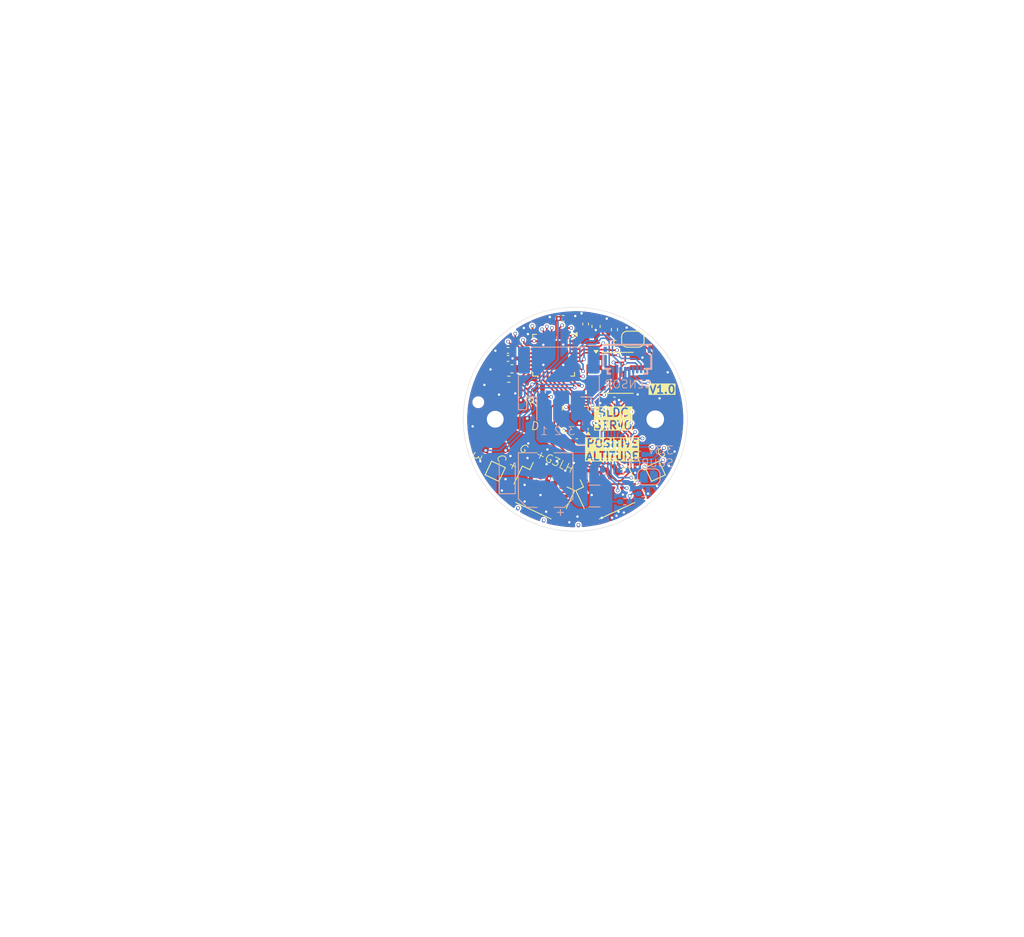
<source format=kicad_pcb>
(kicad_pcb (version 20241229) (generator "pcbnew") (generator_version "9.0")
  (layers (0 "F.Cu" signal) (4 "In1.Cu" signal) (6 "In2.Cu" signal) (8 "In3.Cu" signal) (10 "In4.Cu" signal) (2 "B.Cu" signal) (13 "F.Paste" user) (15 "B.Paste" user) (5 "F.SilkS" user "F.Silkscreen") (7 "B.SilkS" user "B.Silkscreen") (1 "F.Mask" user) (3 "B.Mask" user) (25 "Edge.Cuts" user))
  (net 0 "")
  (net 1 "/OUT1")
  (net 2 "VCC")
  (net 4 "+3.3V")
  (net 5 "/SCK")
  (net 6 "/MOSI")
  (net 7 "/CS")
  (net 9 "/MISO")
  (net 10 "/DRIVER_CP")
  (net 11 "/DRIVER_AVDD")
  (net 12 "/CURRENT1")
  (net 13 "/PWM_H2")
  (net 14 "/PWM_L1")
  (net 15 "/DRIVER_GAIN")
  (net 16 "/PWM_L3")
  (net 17 "/DRIVER_SLEW")
  (net 18 "/DRIVER_NFAULT")
  (net 19 "/PWM_L2")
  (net 20 "/CURRENT3")
  (net 21 "/SWCLK")
  (net 22 "/PWM_H1")
  (net 23 "/OUT2")
  (net 24 "/CURRENT2")
  (net 25 "/PWM_H3")
  (net 26 "/CAN_TX")
  (net 27 "/DRIVER_MODE")
  (net 28 "/SWDIO")
  (net 29 "/CAN_RX")
  (net 31 "VDDA")
  (net 34 "GND")
  (net 35 "/DRIVER_NSLEEP")
  (net 37 "/NRST")
  (net 41 "/CAN_L")
  (net 42 "/CAN_H")
  (net 43 "Net-(JP1-B)")
  (net 44 "/VOLTAGE_SENCE")
  (net 45 "/OUT3")
  (net 56 "/CS_EXTERNAL")
  (footprint "Capacitor_SMD:C_0402_1005Metric_Pad0.74x0.62mm_HandSolder" (layer "F.Cu") (at 91.6 91.4)
    (property "Reference" "C33")
    (property "Value" "100n")
  )
  (footprint "Package_DFN_QFN:QFN-32-1EP_5x5mm_P0.5mm_EP3.45x3.45mm" (layer "F.Cu") (at 97.3 92 -90)
    (property "Reference" "U4")
    (property "Value" "STM32G431KBUx")
  )
  (footprint "Capacitor_SMD:C_0402_1005Metric_Pad0.74x0.62mm_HandSolder" (layer "F.Cu") (at 100.2 102.8)
    (property "Reference" "C7")
    (property "Value" "100n")
  )
  (footprint "Package_SO:SOIC-8_3.9x4.9mm_P1.27mm" (layer "F.Cu") (at 105.3 94.2)
    (property "Reference" "U3")
    (property "Value" "SN65HVD230")
  )
  (footprint "Capacitor_SMD:C_0603_1608Metric_Pad1.08x0.95mm_HandSolder" (layer "F.Cu") (at 102.6 88.4 -90)
    (property "Reference" "C1")
    (property "Value" "4.7u")
  )
  (footprint "Capacitor_SMD:C_0402_1005Metric_Pad0.74x0.62mm_HandSolder" (layer "F.Cu") (at 104.9 97.6)
    (property "Reference" "C10")
    (property "Value" "100n")
  )
  (footprint "Capacitor_SMD:C_0402_1005Metric_Pad0.74x0.62mm_HandSolder" (layer "F.Cu") (at 95.9 96.6 -90)
    (property "Reference" "C13")
    (property "Value" "100n")
  )
  (footprint "Capacitor_SMD:C_0402_1005Metric_Pad0.74x0.62mm_HandSolder" (layer "F.Cu") (at 101.3 88.1 -90)
    (property "Reference" "C3")
    (property "Value" "100n")
  )
  (footprint "Capacitor_SMD:C_0603_1608Metric_Pad1.08x0.95mm_HandSolder" (layer "F.Cu") (at 92.1 93.7)
    (property "Reference" "C4")
    (property "Value" "4.7u")
  )
  (footprint "Capacitor_SMD:C_0402_1005Metric_Pad0.74x0.62mm_HandSolder" (layer "F.Cu") (at 98.5 87.4)
    (property "Reference" "C2")
    (property "Value" "100n")
  )
  (footprint "TestPoint:TestPoint_Pad_1.5x1.5mm" (layer "F.Cu") (at 110 106.5 25)
    (property "Reference" "PAD4")
    (property "Value" "GND")
  )
  (footprint "TestPoint:TestPoint_Pad_1.5x1.5mm" (layer "F.Cu") (at 90 106.5 -25)
    (property "Reference" "PAD5")
    (property "Value" "VCC")
  )
  (footprint "Connector_JST:JST_SH_SM05B-SRSS-TB_1x05-1MP_P1.00mm_Horizontal" (layer "F.Cu") (at 104.1 109 25)
    (property "Reference" "J1")
    (property "Value" "Power_and_data1")
  )
  (footprint "positive_altitude:Positive_Altitude_SWD_Connector" (layer "F.Cu") (at 90 100 -135)
    (property "Reference" "J2")
    (property "Value" "Positive_Altitude_SWD_Connector")
  )
  (footprint "Jumper:SolderJumper-2_P1.3mm_Open_RoundedPad1.0x1.5mm" (layer "F.Cu") (at 107.2 90 180)
    (property "Reference" "JP1")
    (property "Value" "Enable_CAN_termination")
  )
  (footprint "Resistor_SMD:R_0402_1005Metric_Pad0.72x0.64mm_HandSolder" (layer "F.Cu") (at 91.7 95)
    (property "Reference" "FB1")
    (property "Value" "600@100MHz BLM15BX601SN1D")
  )
  (footprint "Package_DFN_QFN:QFN-16-1EP_3x3mm_P0.5mm_EP1.7x1.7mm" (layer "F.Cu") (at 100 100 180)
    (property "Reference" "U2")
    (property "Value" "MT6701QT")
  )
  (footprint "Capacitor_SMD:C_0402_1005Metric_Pad0.74x0.62mm_HandSolder" (layer "F.Cu") (at 91.6 92.4)
    (property "Reference" "C5")
    (property "Value" "10n")
  )
  (footprint "MountingHole:MountingHole_2.2mm_M2_Pad_TopBottom" (layer "F.Cu") (at 110 100)
    (property "Reference" "H1")
    (property "Value" "MountingHole_Pad")
  )
  (footprint "Resistor_SMD:R_0402_1005Metric_Pad0.72x0.64mm_HandSolder" (layer "F.Cu") (at 104.9 88.8 -90)
    (property "Reference" "R3")
    (property "Value" "120")
  )
  (footprint "Connector_JST:JST_SH_SM05B-SRSS-TB_1x05-1MP_P1.00mm_Horizontal" (layer "F.Cu") (at 95.9 109 -25)
    (property "Reference" "J6")
    (property "Value" "Power_and_data2")
  )
  (footprint "Diode_SMD:D_SOD-123F" (layer "B.Cu") (at 91.5 107.1 90)
    (property "Reference" "D2")
    (property "Value" "TVS 17V")
  )
  (footprint "Jumper:SolderJumper-2_P1.3mm_Open_RoundedPad1.0x1.5mm" (layer "B.Cu") (at 109.2 107.2 180)
    (property "Reference" "JP2")
    (property "Value" "Enable_3.3V_source")
  )
  (footprint "HCTL HC-FPC-05-09-8RLTAG:FPC-SMD_8P-P0.50_HC-FPC-05-09-8RLTAG" (layer "B.Cu") (at 106.5 92.6 180)
    (property "Reference" "FPC1")
    (property "Value" "External_sensor")
  )
  (footprint "Capacitor_SMD:C_1210_3225Metric_Pad1.33x2.70mm_HandSolder" (layer "B.Cu") (at 102.4 109.6 180)
    (property "Reference" "C18")
    (property "Value" "22u")
  )
  (footprint "Resistor_SMD:R_0402_1005Metric_Pad0.72x0.64mm_HandSolder" (layer "B.Cu") (at 108.5 109.3 180)
    (property "Reference" "R5")
    (property "Value" "5.1k")
  )
  (footprint "Resistor_SMD:R_0402_1005Metric_Pad0.72x0.64mm_HandSolder" (layer "B.Cu") (at 106.2 110.3 180)
    (property "Reference" "R4")
    (property "Value" "47k")
  )
  (footprint "Capacitor_SMD:C_0603_1608Metric_Pad1.08x0.95mm_HandSolder" (layer "B.Cu") (at 105.3 99.5625 90)
    (property "Reference" "C16")
    (property "Value" "4.7u")
  )
  (footprint "Resistor_SMD:R_0402_1005Metric_Pad0.72x0.64mm_HandSolder" (layer "B.Cu") (at 107.9975 104.4)
    (property "Reference" "R1")
    (property "Value" "47k")
  )
  (footprint "Capacitor_SMD:C_0402_1005Metric_Pad0.74x0.62mm_HandSolder" (layer "B.Cu") (at 101.6 107.5 180)
    (property "Reference" "C17")
    (property "Value" "100n")
  )
  (footprint "Capacitor_SMD:C_0402_1005Metric_Pad0.74x0.62mm_HandSolder" (layer "B.Cu") (at 106.1 106.4)
    (property "Reference" "C20")
    (property "Value" "100n")
  )
  (footprint "Capacitor_SMD:CP_Elec_6.3x5.8" (layer "B.Cu") (at 96.3 107.6 90)
    (property "Reference" "C19")
    (property "Value" "47u")
  )
  (footprint "Connector_JST:JST_PH_S3B-PH-SM4-TB_1x03-1MP_P2.00mm_Horizontal" (layer "B.Cu") (at 97.95 95.5)
    (property "Reference" "J4")
    (property "Value" "Motor_connector")
  )
  (footprint "Capacitor_SMD:C_0402_1005Metric_Pad0.74x0.62mm_HandSolder" (layer "B.Cu") (at 103.4 106.9 90)
    (property "Reference" "C6")
    (property "Value" "100n")
  )
  (footprint "Capacitor_SMD:C_0402_1005Metric_Pad0.74x0.62mm_HandSolder" (layer "B.Cu") (at 101.6 106.4 180)
    (property "Reference" "C9")
    (property "Value" "100n")
  )
  (footprint "DRV8311HRRWR:DRV8311PRRWR" (layer "B.Cu") (at 104.5 103.6 90)
    (property "Reference" "IC2")
    (property "Value" "DRV8311HRRWR" (hide yes))
  )
  (gr_circle (center 100 100) (end 114 100) (stroke (width 0.05)) (fill no) (layer "Edge.Cuts"))
  (gr_text "+" (at 91.3892 105.9688 335) (layer "F.SilkS") (effects (font (size 1 1) (thickness 0.1)) (justify left bottom)))
  (gr_text "T" (at 104.394 91.2876 0) (layer "F.SilkS") (effects (font (size 1 1) (thickness 0.1)) (justify left bottom)))
  (gr_text "G" (at 92.7608 103.6828 315) (layer "F.SilkS") (effects (font (size 1 1) (thickness 0.1)) (justify left bottom)))
  (gr_text "V1.0" (at 110.8964 96.8756 0) (layer "F.SilkS" knockout) (effects (font (size 1 1) (thickness 0.2) (bold yes)) (justify bottom)))
  (gr_text "C" (at 90.1192 104.4448 280) (layer "F.SilkS") (effects (font (size 1 1) (thickness 0.1)) (justify left bottom)))
  (gr_text "G" (at 110.49 105.0036 25) (layer "F.SilkS") (effects (font (size 1 1) (thickness 0.1)) (justify left bottom)))
  (gr_text "3" (at 87.4268 103.886 245) (layer "F.SilkS") (effects (font (size 1 1) (thickness 0.1)) (justify left bottom)))
  (gr_text "POSITIVE\nALTITUDE" (at 104.648 105.2068 0) (layer "F.SilkS" knockout) (effects (font (size 1 1) (thickness 0.2) (bold yes)) (justify bottom)))
  (gr_text "D" (at 94.3356 101.346 350) (layer "F.SilkS") (effects (font (size 1 1) (thickness 0.1)) (justify left bottom)))
  (gr_text "R" (at 94.3356 98.6536 25) (layer "F.SilkS") (effects (font (size 1 1) (thickness 0.1)) (justify left bottom)))
  (gr_text "BLDC\nSERVO" (at 104.7496 101.346 0) (layer "F.SilkS" knockout) (effects (font (size 1 1) (thickness 0.2) (bold yes)) (justify bottom)))
  (gr_text "+G3LH" (at 94.8436 104.6988 335) (layer "F.SilkS") (effects (font (size 1 1) (thickness 0.1)) (justify left bottom)))
  (gr_text "3.3V\nSOURCE" (at 112.3696 106.0704 0) (layer "B.SilkS") (effects (font (size 1 1) (thickness 0.1)) (justify left bottom mirror)))
  (gr_text "SENSOR" (at 109.6264 96.2152 0) (layer "B.SilkS") (effects (font (size 1 1) (thickness 0.1)) (justify left bottom mirror)))
  (gr_text "3 2 1" (at 100.076 102.0572 0) (layer "B.SilkS") (effects (font (size 1 1) (thickness 0.1)) (justify left bottom mirror)))
  (segment (start 103.035 103.470001) (end 100.136399 103.470001) (width 0.2) (layer "B.Cu") (net 1))
  (segment (start 101.442148 108.032621) (end 101.442148 108.242148) (width 0.2) (layer "F.Cu") (net 2))
  (segment (start 90 106.5) (end 90.7 106.5) (width 0.2) (layer "F.Cu") (net 2))
  (via (at 90.8304 108.9152) (size 0.45) (drill 0.3) (layers "F.Cu" "B.Cu") (net 2))
  (via (at 93.6752 108.204) (size 0.45) (drill 0.3) (layers "F.Cu" "B.Cu") (net 2))
  (via (at 99.2632 112.8776) (size 0.45) (drill 0.3) (layers "F.Cu" "B.Cu") (net 2))
  (via (at 93.6752 110.2868) (size 0.45) (drill 0.3) (layers "F.Cu" "B.Cu") (net 2))
  (via (at 100.2792 112.1664) (size 0.45) (drill 0.3) (layers "F.Cu" "B.Cu") (net 2))
  (via (at 102.0572 109.474) (size 0.45) (drill 0.3) (layers "F.Cu" "B.Cu") (net 2))
  (via (at 96.3676 111.5568) (size 0.45) (drill 0.3) (layers "F.Cu" "B.Cu") (net 2))
  (via (at 95.6564 109.474) (size 0.45) (drill 0.3) (layers "F.Cu" "B.Cu") (net 2))
  (via (at 91.2876 107.4928) (size 0.45) (drill 0.3) (layers "F.Cu" "B.Cu") (net 2))
  (via (at 103.3272 112.3188) (size 0.45) (drill 0.3) (layers "F.Cu" "B.Cu") (net 2))
  (segment (start 103.299999 105.065) (end 103.299999 105.267501) (width 0.2) (layer "B.Cu") (net 2))
  (segment (start 102.1675 107.5) (end 102.1675 106.4) (width 0.2) (layer "B.Cu") (net 2))
  (segment (start 103.4 107.4675) (end 102.2 107.4675) (width 0.2) (layer "B.Cu") (net 2))
  (segment (start 104.6625 110.3) (end 103.9625 109.6) (width 0.2) (layer "B.Cu") (net 2))
  (segment (start 103.035 104.27) (end 103.035 104.800001) (width 0.2) (layer "B.Cu") (net 2))
  (segment (start 105.6025 110.3) (end 104.6625 110.3) (width 0.2) (layer "B.Cu") (net 2))
  (segment (start 91.4 108.4) (end 91.5 108.5) (width 0.2) (layer "B.Cu") (net 2))
  (segment (start 103.9625 108.03) (end 103.4 107.4675) (width 0.2) (layer "B.Cu") (net 2))
  (segment (start 102.2 107.4675) (end 102.1675 107.5) (width 0.2) (layer "B.Cu") (net 2))
  (segment (start 103.299999 105.267501) (end 102.1675 106.4) (width 0.2) (layer "B.Cu") (net 2))
  (segment (start 103.035 104.800001) (end 103.299999 105.065) (width 0.2) (layer "B.Cu") (net 2))
  (segment (start 103.9625 109.6) (end 103.9625 108.03) (width 0.2) (layer "B.Cu") (net 2))
  (segment (start 103.5625 109.2) (end 103.9625 109.6) (width 0.2) (layer "B.Cu") (net 2))
  (segment (start 106.249355 92.955381) (end 106.249355 91.67004) (width 0.2) (layer "F.Cu") (net 4))
  (segment (start 106.135 97.947762) (end 105.782762 98.3) (width 0.2) (layer "F.Cu") (net 4))
  (segment (start 95.55 94.4375) (end 95.55 95.232923) (width 0.2) (layer "F.Cu") (net 4))
  (segment (start 103.4288 89.2556) (end 103.4288 87.8332) (width 0.2) (layer "F.Cu") (net 4))
  (segment (start 100.5 87.8) (end 100.7675 87.5325) (width 0.2) (layer "F.Cu") (net 4))
  (segment (start 100.0252 108.5596) (end 100.0252 107.764667) (width 0.4) (layer "F.Cu") (net 4))
  (segment (start 104.634315 90.055) (end 104.2282 90.055) (width 0.2) (layer "F.Cu") (net 4))
  (segment (start 104.167378 108.1) (end 103.254761 107.187383) (width 0.2) (layer "F.Cu") (net 4))
  (segment (start 102.595 87.5325) (end 102.6 87.5375) (width 0.2) (layer "F.Cu") (net 4))
  (segment (start 101.362492 106.427375) (end 102.494753 106.427375) (width 0.4) (layer "F.Cu") (net 4))
  (segment (start 101.3 87.5325) (end 102.595 87.5325) (width 0.2) (layer "F.Cu") (net 4))
  (segment (start 93.808619 96.091381) (end 95.552238 97.835) (width 0.2) (layer "F.Cu") (net 4))
  (segment (start 98.969551 109.615249) (end 100.0252 108.5596) (width 0.4) (layer "F.Cu") (net 4))
  (segment (start 95.9 96.326119) (end 95.9 96.0325) (width 0.2) (layer "F.Cu") (net 4))
  (segment (start 96.247762 96.5) (end 96.073881 96.5) (width 0.2) (layer "F.Cu") (net 4))
  (segment (start 105.0325 98.3) (end 104.3325 97.6) (width 0.2) (layer "F.Cu") (net 4))
  (segment (start 96.6724 108.458) (end 97.829649 109.615249) (width 0.4) (layer "F.Cu") (net 4))
  (segment (start 94.625 95.651167) (end 94.625 95.6718) (width 0.2) (layer "F.Cu") (net 4))
  (segment (start 93.956219 96.238981) (end 93.808619 96.091381) (width 0.2) (layer "F.Cu") (net 4))
  (segment (start 98.604964 101.4625) (end 99.75 101.4625) (width 0.2) (layer "F.Cu") (net 4))
  (segment (start 91.7225 95.62) (end 91.1025 95) (width 0.2) (layer "F.Cu") (net 4))
  (segment (start 106.135 97.252238) (end 106.135 97.947762) (width 0.2) (layer "F.Cu") (net 4))
  (segment (start 107.728029 107.921363) (end 107.549392 108.1) (width 0.2) (layer "F.Cu") (net 4))
  (segment (start 95.55 95.232923) (end 95.9 95.582923) (width 0.2) (layer "F.Cu") (net 4))
  (segment (start 105.782762 98.3) (end 105.0325 98.3) (width 0.2) (layer "F.Cu") (net 4))
  (segment (start 106.249355 92.955381) (end 106.193974 92.9) (width 0.2) (layer "F.Cu") (net 4))
  (segment (start 96.073881 96.5) (end 95.9 96.326119) (width 0.2) (layer "F.Cu") (net 4))
  (segment (start 96.745236 107.187384) (end 96.745236 107.4) (width 0.2) (layer "F.Cu") (net 4))
  (segment (start 95.552238 97.835) (end 96.247762 97.835) (width 0.2) (layer "F.Cu") (net 4))
  (segment (start 95.9 95.582923) (end 95.9 96.0325) (width 0.2) (layer "F.Cu") (net 4))
  (segment (start 96.51 96.762238) (end 96.247762 96.5) (width 0.2) (layer "F.Cu") (net 4))
  (segment (start 106.249355 92.955381) (end 105.6 93.604736) (width 0.2) (layer "F.Cu") (net 4))
  (segment (start 99.7 89.5625) (end 100.1375 89.5625) (width 0.2) (layer "F.Cu") (net 4))
  (segment (start 104.2282 90.055) (end 103.4288 89.2556) (width 0.2) (layer "F.Cu") (net 4))
  (segment (start 102.494753 106.427375) (end 103.254761 107.187383) (width 0.4) (layer "F.Cu") (net 4))
  (segment (start 100.5 89.2) (end 100.5 87.8) (width 0.2) (layer "F.Cu") (net 4))
  (segment (start 99.75 101.4625) (end 99.75 102.6825) (width 0.2) (layer "F.Cu") (net 4))
  (segment (start 99.05 89.5625) (end 99.7 89.5625) (width 0.2) (layer "F.Cu") (net 4))
  (segment (start 97.829649 109.615249) (end 98.969551 109.615249) (width 0.4) (layer "F.Cu") (net 4))
  (segment (start 106.249355 91.67004) (end 104.634315 90.055) (width 0.2) (layer "F.Cu") (net 4))
  (segment (start 106.193974 92.9) (end 104.775 92.9) (width 0.2) (layer "F.Cu") (net 4))
  (segment (start 94.057819 96.238981) (end 93.956219 96.238981) (width 0.2) (layer "F.Cu") (net 4))
  (segment (start 100.1375 89.5625) (end 100.5 89.2) (width 0.2) (layer "F.Cu") (net 4))
  (segment (start 103.1331 87.5375) (end 102.6 87.5375) (width 0.2) (layer "F.Cu") (net 4))
  (segment (start 103.4288 87.8332) (end 103.1331 87.5375) (width 0.2) (layer "F.Cu") (net 4))
  (segment (start 104.3325 97.6) (end 104.3325 95.2325) (width 0.2) (layer "F.Cu") (net 4))
  (segment (start 91.7225 95.62) (end 93.337238 95.62) (width 0.2) (layer "F.Cu") (net 4))
  (segment (start 96.247762 97.835) (end 96.51 97.572762) (width 0.2) (layer "F.Cu") (net 4))
  (segment (start 96.6724 107.26022) (end 96.6724 108.458) (width 0.4) (layer "F.Cu") (net 4))
  (segment (start 99.75 102.6825) (end 99.6325 102.8) (width 0.2) (layer "F.Cu") (net 4))
  (segment (start 96.51 97.2) (end 97 97.2) (width 0.2) (layer "F.Cu") (net 4))
  (segment (start 107.549392 108.1) (end 104.167378 108.1) (width 0.2) (layer "F.Cu") (net 4))
  (segment (start 93.337238 95.62) (end 93.808619 96.091381) (width 0.2) (layer "F.Cu") (net 4))
  (segment (start 104.3325 95.2325) (end 103.935 94.835) (width 0.2) (layer "F.Cu") (net 4))
  (segment (start 100.0252 107.764667) (end 101.362492 106.427375) (width 0.4) (layer "F.Cu") (net 4))
  (segment (start 103.935 94.835) (end 102.825 94.835) (width 0.2) (layer "F.Cu") (net 4))
  (segment (start 96.51 97.2) (end 96.51 96.762238) (width 0.2) (layer "F.Cu") (net 4))
  (segment (start 96.745236 107.187384) (end 96.6724 107.26022) (width 0.4) (layer "F.Cu") (net 4))
  (segment (start 94.625 95.6718) (end 94.057819 96.238981) (width 0.2) (layer "F.Cu") (net 4))
  (segment (start 96.51 97.572762) (end 96.51 97.2) (width 0.2) (layer "F.Cu") (net 4))
  (segment (start 105.6 93.604736) (end 105.6 96.717238) (width 0.2) (layer "F.Cu") (net 4))
  (segment (start 98.558732 101.416268) (end 98.604964 101.4625) (width 0.2) (layer "F.Cu") (net 4))
  (segment (start 105.6 96.717238) (end 106.135 97.252238) (width 0.2) (layer "F.Cu") (net 4))
  (segment (start 100.7675 87.5325) (end 101.3 87.5325) (width 0.2) (layer "F.Cu") (net 4))
  (via (at 106.249355 92.955381) (size 0.45) (drill 0.3) (layers "F.Cu" "B.Cu") (net 4))
  (via (at 88.8 103.9) (size 0.45) (drill 0.3) (layers "F.Cu" "B.Cu") (net 4))
  (via (at 97 97.2) (size 0.45) (drill 0.3) (layers "F.Cu" "B.Cu") (net 4))
  (via (at 98.558732 101.416268) (size 0.45) (drill 0.3) (layers "F.Cu" "B.Cu") (net 4))
  (via (at 104.775 92.9) (size 0.45) (drill 0.3) (layers "F.Cu" "B.Cu") (net 4))
  (via (at 99.7 89.5625) (size 0.45) (drill 0.3) (layers "F.Cu" "B.Cu") (net 4))
  (via (at 96.745236 107.4) (size 0.45) (drill 0.3) (layers "F.Cu" "B.Cu") (net 4))
  (via (at 94.625 95.651167) (size 0.45) (drill 0.3) (layers "F.Cu" "B.Cu") (net 4))
  (via (at 107.728029 107.921363) (size 0.45) (drill 0.3) (layers "F.Cu" "B.Cu") (net 4))
  (segment (start 99.3584 91.605686) (end 99.3584 89.9041) (width 0.2) (layer "B.Cu") (net 4))
  (segment (start 93.075 101.382537) (end 90.557537 103.9) (width 0.2) (layer "B.Cu") (net 4))
  (segment (start 105.25 93.375) (end 105.25 93.85) (width 0.2) (layer "B.Cu") (net 4))
  (segment (start 95.701286 95.2628) (end 99.3584 91.605686) (width 0.2) (layer "B.Cu") (net 4))
  (segment (start 94.1 98.475914) (end 93.075 99.500914) (width 0.2) (layer "B.Cu") (net 4))
  (segment (start 107.505381 92.955381) (end 107.75 93.2) (width 0.2) (layer "B.Cu") (net 4))
  (segment (start 94.625 95.651167) (end 94.625 95.817314) (width 0.2) (layer "B.Cu") (net 4))
  (segment (start 93.075 99.500914) (end 93.075 101.382537) (width 0.2) (layer "B.Cu") (net 4))
  (segment (start 107.75 93.2) (end 107.75 93.85) (width 0.2) (layer "B.Cu") (net 4))
  (segment (start 94.801777 95.651167) (end 95.190144 95.2628) (width 0.2) (layer "B.Cu") (net 4))
  (segment (start 94.625 95.817314) (end 94.1 96.342314) (width 0.2) (layer "B.Cu") (net 4))
  (segment (start 90.557537 103.9) (end 88.8 103.9) (width 0.2) (layer "B.Cu") (net 4))
  (segment (start 107.728029 107.921363) (end 107.828637 107.921363) (width 0.2) (layer "B.Cu") (net 4))
  (segment (start 94.625 95.651167) (end 94.801777 95.651167) (width 0.2) (layer "B.Cu") (net 4))
  (segment (start 99.3584 89.9041) (end 99.7 89.5625) (width 0.2) (layer "B.Cu") (net 4))
  (segment (start 107.828637 107.921363) (end 108.55 107.2) (width 0.2) (layer "B.Cu") (net 4))
  (segment (start 95.190144 95.2628) (end 95.701286 95.2628) (width 0.2) (layer "B.Cu") (net 4))
  (segment (start 94.1 96.342314) (end 94.1 98.475914) (width 0.2) (layer "B.Cu") (net 4))
  (segment (start 106.249355 92.955381) (end 107.505381 92.955381) (width 0.2) (layer "B.Cu") (net 4))
  (segment (start 104.775 92.9) (end 105.25 93.375) (width 0.2) (layer "B.Cu") (net 4))
  (segment (start 100.975 94) (end 100.225 93.25) (width 0.2) (layer "F.Cu") (net 5))
  (segment (start 100.369928 97.425) (end 99.75 98.044928) (width 0.2) (layer "F.Cu") (net 5))
  (segment (start 99.75 98.044928) (end 99.75 98.5375) (width 0.2) (layer "F.Cu") (net 5))
  (segment (start 102.847245 96.949155) (end 102.3714 97.425) (width 0.2) (layer "F.Cu") (net 5))
  (segment (start 102.3714 97.425) (end 100.369928 97.425) (width 0.2) (layer "F.Cu") (net 5))
  (segment (start 100.225 93.25) (end 99.7375 93.25) (width 0.2) (layer "F.Cu") (net 5))
  (segment (start 103.593309 96.949155) (end 102.847245 96.949155) (width 0.2) (layer "F.Cu") (net 5))
  (via (at 103.593309 96.949155) (size 0.45) (drill 0.3) (layers "F.Cu" "B.Cu") (net 5))
  (via (at 100.975 94) (size 0.45) (drill 0.3) (layers "F.Cu" "B.Cu") (net 5))
  (segment (start 103.593309 96.949155) (end 103.593309 96.772377) (width 0.2) (layer "B.Cu") (net 5))
  (segment (start 101.39957 90.2) (end 102.375914 90.2) (width 0.2) (layer "B.Cu") (net 5))
  (segment (start 104.65 92.017463) (end 105.75 93.117463) (width 0.2) (layer "B.Cu") (net 5))
  (segment (start 104.65 90.141851) (end 104.65 92.017463) (width 0.2) (layer "B.Cu") (net 5))
  (segment (start 100.975 93.1518) (end 100.575 92.7518) (width 0.2) (layer "B.Cu") (net 5))
  (segment (start 103.100914 89.475) (end 103.983149 89.475) (width 0.2) (layer "B.Cu") (net 5))
  (segment (start 102.375914 90.2) (end 103.100914 89.475) (width 0.2) (layer "B.Cu") (net 5))
  (segment (start 103.593309 96.772377) (end 105.75 94.615686) (width 0.2) (layer "B.Cu") (net 5))
  (segment (start 100.575 91.02457) (end 101.39957 90.2) (width 0.2) (layer "B.Cu") (net 5))
  (segment (start 100.575 92.7518) (end 100.575 91.02457) (width 0.2) (layer "B.Cu") (net 5))
  (segment (start 105.75 94.615686) (end 105.75 93.85) (width 0.2) (layer "B.Cu") (net 5))
  (segment (start 105.75 93.117463) (end 105.75 93.85) (width 0.2) (layer "B.Cu") (net 5))
  (segment (start 103.983149 89.475) (end 104.65 90.141851) (width 0.2) (layer "B.Cu") (net 5))
  (segment (start 100.975 94) (end 100.975 93.1518) (width 0.2) (layer "B.Cu") (net 5))
  (segment (start 104.500001 92) (end 104.195001 91.695) (width 0.2) (layer "F.Cu") (net 6))
  (segment (start 104.195001 91.695) (end 101.105 91.695) (width 0.2) (layer "F.Cu") (net 6))
  (segment (start 101.105 91.695) (end 100.55 92.25) (width 0.2) (layer "F.Cu") (net 6))
  (segment (start 105.375 92) (end 104.500001 92) (width 0.2) (layer "F.Cu") (net 6))
  (segment (start 100.55 92.25) (end 99.7375 92.25) (width 0.2) (layer "F.Cu") (net 6))
  (via (at 105.375 92) (size 0.45) (drill 0.3) (layers "F.Cu" "B.Cu") (net 6))
  (segment (start 107.520886 92.4052) (end 105.7802 92.4052) (width 0.2) (layer "B.Cu") (net 6))
  (segment (start 105.7802 92.4052) (end 105.375 92) (width 0.2) (layer "B.Cu") (net 6))
  (segment (start 108.25 93.85) (end 108.25 93.134314) (width 0.2) (layer "B.Cu") (net 6))
  (segment (start 108.25 93.134314) (end 107.520886 92.4052) (width 0.2) (layer "B.Cu") (net 6))
  (segment (start 99.25 98.5375) (end 98.9125 98.5375) (width 0.2) (layer "F.Cu") (net 7))
  (segment (start 98.9125 98.5375) (end 98.875 98.5) (width 0.2) (layer "F.Cu") (net 7))
  (segment (start 94.8625 90.2) (end 94.8625 90.25) (width 0.2) (layer "F.Cu") (net 7))
  (via (at 94.8625 90.2) (size 0.45) (drill 0.3) (layers "F.Cu" "B.Cu") (net 7))
  (via (at 98.875 98.5) (size 0.45) (drill 0.3) (layers "F.Cu" "B.Cu") (net 7))
  (segment (start 102.1588 98.2472) (end 101.7366 97.825) (width 0.2) (layer "F.Cu") (net 9))
  (segment (start 100.25 98.110614) (end 100.25 98.5375) (width 0.2) (layer "F.Cu") (net 9))
  (segment (start 101.1 92.5) (end 100.85 92.75) (width 0.2) (layer "F.Cu") (net 9))
  (segment (start 100.85 92.75) (end 99.7375 92.75) (width 0.2) (layer "F.Cu") (net 9))
  (segment (start 100.535614 97.825) (end 100.25 98.110614) (width 0.2) (layer "F.Cu") (net 9))
  (segment (start 101.7366 97.825) (end 100.535614 97.825) (width 0.2) (layer "F.Cu") (net 9))
  (via (at 101.1 92.5) (size 0.45) (drill 0.3) (layers "F.Cu" "B.Cu") (net 9))
  (via (at 102.1588 98.2472) (size 0.45) (drill 0.3) (layers "F.Cu" "B.Cu") (net 9))
  (segment (start 104.75 95.05) (end 104.75 93.85) (width 0.2) (layer "B.Cu") (net 9))
  (segment (start 101.1 91.065256) (end 101.565256 90.6) (width 0.2) (layer "B.Cu") (net 9))
  (segment (start 102.5416 90.6) (end 103.2666 89.875) (width 0.2) (layer "B.Cu") (net 9))
  (segment (start 101.1 92.5) (end 101.1 91.065256) (width 0.2) (layer "B.Cu") (net 9))
  (segment (start 102.1588 98.2472) (end 102.1588 97.6412) (width 0.2) (layer "B.Cu") (net 9))
  (segment (start 101.565256 90.6) (end 102.5416 90.6) (width 0.2) (layer "B.Cu") (net 9))
  (segment (start 104.25 90.307537) (end 104.25 93.35) (width 0.2) (layer "B.Cu") (net 9))
  (segment (start 102.1588 97.6412) (end 104.75 95.05) (width 0.2) (layer "B.Cu") (net 9))
  (segment (start 103.817463 89.875) (end 104.25 90.307537) (width 0.2) (layer "B.Cu") (net 9))
  (segment (start 103.2666 89.875) (end 103.817463 89.875) (width 0.2) (layer "B.Cu") (net 9))
  (segment (start 104.25 93.35) (end 104.75 93.85) (width 0.2) (layer "B.Cu") (net 9))
  (segment (start 103.7 105.52018) (end 103.4 105.82018) (width 0.2) (layer "B.Cu") (net 10))
  (segment (start 103.7 105.065) (end 103.7 105.52018) (width 0.2) (layer "B.Cu") (net 10))
  (segment (start 103.4 105.82018) (end 103.4 106.3325) (width 0.2) (layer "B.Cu") (net 10))
  (via (at 105.3 100.425) (size 0.45) (drill 0.3) (layers "F.Cu" "B.Cu") (net 11))
  (via (at 108.624264 105.944999) (size 0.45) (drill 0.3) (layers "F.Cu" "B.Cu") (net 11))
  (segment (start 109.85 106.445) (end 109.85 107.2) (width 0.2) (layer "B.Cu") (net 11))
  (segment (start 109.349999 105.944999) (end 109.85 106.445) (width 0.2) (layer "B.Cu") (net 11))
  (segment (start 104.900001 101.600001) (end 104.9 101.6) (width 0.2) (layer "B.Cu") (net 11))
  (segment (start 104.9 101.6) (end 104.9 101.4) (width 0.2) (layer "B.Cu") (net 11))
  (segment (start 108.624264 105.944999) (end 109.349999 105.944999) (width 0.2) (layer "B.Cu") (net 11))
  (segment (start 104.900001 102.17) (end 104.900001 101.600001) (width 0.2) (layer "B.Cu") (net 11))
  (segment (start 104.9 101.4) (end 105.3 101) (width 0.2) (layer "B.Cu") (net 11))
  (segment (start 105.3 101) (end 105.3 100.425) (width 0.2) (layer "B.Cu") (net 11))
  (segment (start 96.05 89.043761) (end 96.05 89.5625) (width 0.2) (layer "F.Cu") (net 12))
  (segment (start 95.859589 88.766648) (end 95.859589 88.85335) (width 0.2) (layer "F.Cu") (net 12))
  (segment (start 95.859589 88.85335) (end 96.05 89.043761) (width 0.2) (layer "F.Cu") (net 12))
  (via (at 95.859589 88.766648) (size 0.45) (drill 0.3) (layers "F.Cu" "B.Cu") (net 12))
  (via (at 105.3 108.9) (size 0.45) (drill 0.3) (layers "F.Cu" "B.Cu") (net 12))
  (segment (start 104.065 105.720866) (end 104.100001 105.685865) (width 0.2) (layer "B.Cu") (net 12))
  (segment (start 105.3 108.9) (end 105.3 108.314134) (width 0.2) (layer "B.Cu") (net 12))
  (segment (start 104.065 107.079134) (end 104.065 105.720866) (width 0.2) (layer "B.Cu") (net 12))
  (segment (start 104.100001 105.685865) (end 104.100001 105.1) (width 0.2) (layer "B.Cu") (net 12))
  (segment (start 105.3 108.314134) (end 104.065 107.079134) (width 0.2) (layer "B.Cu") (net 12))
  (segment (start 97.39 98.676851) (end 98.1 97.966851) (width 0.2) (layer "F.Cu") (net 13))
  (segment (start 96.55 95.101552) (end 96.55 94.4375) (width 0.2) (layer "F.Cu") (net 13))
  (segment (start 97.39 102.138447) (end 97.39 98.676851) (width 0.2) (layer "F.Cu") (net 13))
  (segment (start 102.875 101.435714) (end 102.875 102.625) (width 0.2) (layer "F.Cu") (net 13))
  (segment (start 98.1 96.70213) (end 96.95 95.55213) (width 0.2) (layer "F.Cu") (net 13))
  (segment (start 96.95 95.55213) (end 96.95 95.501552) (width 0.2) (layer "F.Cu") (net 13))
  (segment (start 98.1 97.966851) (end 98.1 96.70213) (width 0.2) (layer "F.Cu") (net 13))
  (segment (start 99.061553 103.81) (end 97.39 102.138447) (width 0.2) (layer "F.Cu") (net 13))
  (segment (start 96.95 95.501552) (end 96.55 95.101552) (width 0.2) (layer "F.Cu") (net 13))
  (segment (start 102.875 102.625) (end 101.69 103.81) (width 0.2) (layer "F.Cu") (net 13))
  (segment (start 103.0224 99.568) (end 103.0224 101.288314) (width 0.2) (layer "F.Cu") (net 13))
  (segment (start 101.69 103.81) (end 99.061553 103.81) (width 0.2) (layer "F.Cu") (net 13))
  (segment (start 103.0224 101.288314) (end 102.875 101.435714) (width 0.2) (layer "F.Cu") (net 13))
  (via (at 103.0224 99.568) (size 0.45) (drill 0.3) (layers "F.Cu" "B.Cu") (net 13))
  (segment (start 103.700001 100.245601) (end 103.700001 102.17) (width 0.2) (layer "B.Cu") (net 13))
  (segment (start 103.0224 99.568) (end 103.700001 100.245601) (width 0.2) (layer "B.Cu") (net 13))
  (segment (start 92.5 89.3) (end 92.5 89.970758) (width 0.2) (layer "F.Cu") (net 14))
  (segment (start 92.5 89.970758) (end 94.279242 91.75) (width 0.2) (layer "F.Cu") (net 14))
  (segment (start 94.279242 91.75) (end 94.8625 91.75) (width 0.2) (layer "F.Cu") (net 14))
  (via (at 106.993732 99.068932) (size 0.45) (drill 0.3) (layers "F.Cu" "B.Cu") (net 14))
  (via (at 92.5 89.3) (size 0.45) (drill 0.3) (layers "F.Cu" "B.Cu") (net 14))
  (segment (start 106.885 98.9602) (end 106.993732 99.068932) (width 0.2) (layer "B.Cu") (net 14))
  (segment (start 105.300001 101.729221) (end 105.300001 102.17) (width 0.2) (layer "B.Cu") (net 14))
  (segment (start 106.993732 99.068932) (end 106.974068 99.068932) (width 0.2) (layer "B.Cu") (net 14))
  (segment (start 106.475 100.554222) (end 105.300001 101.729221) (width 0.2) (layer "B.Cu") (net 14))
  (segment (start 106.974068 99.068932) (end 106.475 99.568) (width 0.2) (layer "B.Cu") (net 14))
  (segment (start 106.475 99.568) (end 106.475 100.554222) (width 0.2) (layer "B.Cu") (net 14))
  (segment (start 100.473222 91.75) (end 99.7375 91.75) (width 0.2) (layer "F.Cu") (net 15))
  (segment (start 104.437365 91.371679) (end 104.360686 91.295) (width 0.2) (layer "F.Cu") (net 15))
  (segment (start 100.928222 91.295) (end 100.473222 91.75) (width 0.2) (layer "F.Cu") (net 15))
  (segment (start 104.360686 91.295) (end 100.928222 91.295) (width 0.2) (layer "F.Cu") (net 15))
  (segment (start 105.20853 91.371679) (end 104.437365 91.371679) (width 0.2) (layer "F.Cu") (net 15))
  (via (at 105.20853 91.371679) (size 0.45) (drill 0.3) (layers "F.Cu" "B.Cu") (net 15))
  (via (at 108.4 102.4) (size 0.45) (drill 0.3) (layers "F.Cu" "B.Cu") (net 15))
  (segment (start 106.956476 103.07) (end 107.413238 102.613238) (width 0.2) (layer "B.Cu") (net 15))
  (segment (start 105.965 103.07) (end 106.956476 103.07) (width 0.2) (layer "B.Cu") (net 15))
  (segment (start 107.626476 102.4) (end 107.413238 102.613238) (width 0.2) (layer "B.Cu") (net 15))
  (segment (start 108.4 102.4) (end 107.626476 102.4) (width 0.2) (layer "B.Cu") (net 15))
  (segment (start 98.766466 88.6) (end 98.55 88.816466) (width 0.2) (layer "F.Cu") (net 16))
  (segment (start 99.5 88.6) (end 98.766466 88.6) (width 0.2) (layer "F.Cu") (net 16))
  (segment (start 98.55 88.816466) (end 98.55 89.5625) (width 0.2) (layer "F.Cu") (net 16))
  (via (at 107.5 101.6) (size 0.45) (drill 0.3) (layers "F.Cu" "B.Cu") (net 16))
  (via (at 99.5 88.6) (size 0.45) (drill 0.3) (layers "F.Cu" "B.Cu") (net 16))
  (segment (start 106.43 102.67) (end 107.5 101.6) (width 0.2) (layer "B.Cu") (net 16))
  (segment (start 105.965 102.67) (end 106.43 102.67) (width 0.2) (layer "B.Cu") (net 16))
  (segment (start 103.105 90.895) (end 100.762536 90.895) (width 0.2) (layer "F.Cu") (net 17))
  (segment (start 100.407536 91.25) (end 99.7375 91.25) (width 0.2) (layer "F.Cu") (net 17))
  (segment (start 100.762536 90.895) (end 100.407536 91.25) (width 0.2) (layer "F.Cu") (net 17))
  (segment (start 103.5024 90.4976) (end 103.105 90.895) (width 0.2) (layer "F.Cu") (net 17))
  (via (at 109.631447 103.470001) (size 0.45) (drill 0.3) (layers "F.Cu" "B.Cu") (net 17))
  (via (at 103.5024 90.4976) (size 0.45) (drill 0.3) (layers "F.Cu" "B.Cu") (net 17))
  (segment (start 109.631447 103.470001) (end 105.965 103.470001) (width 0.2) (layer "B.Cu") (net 17))
  (segment (start 98.362001 88.262001) (end 98.05 88.574002) (width 0.2) (layer "F.Cu") (net 18))
  (segment (start 98.05 88.574002) (end 98.05 89.5625) (width 0.2) (layer "F.Cu") (net 18))
  (via (at 111 105.1) (size 0.45) (drill 0.3) (layers "F.Cu" "B.Cu") (net 18))
  (via (at 98.362001 88.262001) (size 0.45) (drill 0.3) (layers "F.Cu" "B.Cu") (net 18))
  (segment (start 111 105.1) (end 110.68 105.42) (width 0.2) (layer "B.Cu") (net 18))
  (segment (start 106.020002 105.42) (end 105.700002 105.1) (width 0.2) (layer "B.Cu") (net 18))
  (segment (start 110.68 105.42) (end 106.020002 105.42) (width 0.2) (layer "B.Cu") (net 18))
  (segment (start 92.074033 90.774033) (end 92.737589 90.774033) (width 0.2) (layer "F.Cu") (net 19))
  (segment (start 91.6 90.3) (end 92.074033 90.774033) (width 0.2) (layer "F.Cu") (net 19))
  (segment (start 92.737589 90.774033) (end 94.213556 92.25) (width 0.2) (layer "F.Cu") (net 19))
  (segment (start 94.213556 92.25) (end 94.8625 92.25) (width 0.2) (layer "F.Cu") (net 19))
  (via (at 107 100.5) (size 0.45) (drill 0.3) (layers "F.Cu" "B.Cu") (net 19))
  (via (at 91.6 90.3) (size 0.45) (drill 0.3) (layers "F.Cu" "B.Cu") (net 19))
  (segment (start 107 100.870002) (end 105.700002 102.17) (width 0.2) (layer "B.Cu") (net 19))
  (segment (start 107 100.5) (end 107 100.870002) (width 0.2) (layer "B.Cu") (net 19))
  (segment (start 97.074003 88.600001) (end 97.05 88.624004) (width 0.2) (layer "F.Cu") (net 20))
  (segment (start 97.05 88.624004) (end 97.05 89.5625) (width 0.2) (layer "F.Cu") (net 20))
  (via (at 97.074003 88.600001) (size 0.45) (drill 0.3) (layers "F.Cu" "B.Cu") (net 20))
  (via (at 107 107.3) (size 0.45) (drill 0.3) (layers "F.Cu" "B.Cu") (net 20))
  (segment (start 104.865 106.052238) (end 104.900001 106.017237) (width 0.2) (layer "B.Cu") (net 20))
  (segment (start 105.417238 107.3) (end 104.865 106.747762) (width 0.2) (layer "B.Cu") (net 20))
  (segment (start 104.865 106.747762) (end 104.865 106.052238) (width 0.2) (layer "B.Cu") (net 20))
  (segment (start 107 107.3) (end 105.417238 107.3) (width 0.2) (layer "B.Cu") (net 20))
  (segment (start 104.900001 106.017237) (end 104.900001 105.1) (width 0.2) (layer "B.Cu") (net 20))
  (segment (start 100.835958 95.82293) (end 100.43543 95.82293) (width 0.2) (layer "F.Cu") (net 21))
  (segment (start 100.43543 95.82293) (end 99.05 94.4375) (width 0.2) (layer "F.Cu") (net 21))
  (via (at 91.3 103.9) (size 0.45) (drill 0.3) (layers "F.Cu" "B.Cu") (net 21))
  (via (at 100.835958 95.82293) (size 0.45) (drill 0.3) (layers "F.Cu" "B.Cu") (net 21))
  (segment (start 94.842463 96.176167) (end 94.831833 96.176167) (width 0.2) (layer "B.Cu") (net 21))
  (segment (start 100.53758 95.524552) (end 99.702126 95.524552) (width 0.2) (layer "B.Cu") (net 21))
  (segment (start 93.475 101.548223) (end 91.3 103.723223) (width 0.2) (layer "B.Cu") (net 21))
  (segment (start 93.475 99.6666) (end 93.475 101.548223) (width 0.2) (layer "B.Cu") (net 21))
  (segment (start 99.702126 95.524552) (end 99.563878 95.6628) (width 0.2) (layer "B.Cu") (net 21))
  (segment (start 91.3 103.723223) (end 91.3 103.9) (width 0.2) (layer "B.Cu") (net 21))
  (segment (start 95.35583 95.6628) (end 94.842463 96.176167) (width 0.2) (layer "B.Cu") (net 21))
  (segment (start 99.563878 95.6628) (end 95.35583 95.6628) (width 0.2) (layer "B.Cu") (net 21))
  (segment (start 94.5 98.6416) (end 93.475 99.6666) (width 0.2) (layer "B.Cu") (net 21))
  (segment (start 94.831833 96.176167) (end 94.5 96.508) (width 0.2) (layer "B.Cu") (net 21))
  (segment (start 94.5 96.508) (end 94.5 98.6416) (width 0.2) (layer "B.Cu") (net 21))
  (segment (start 100.835958 95.82293) (end 100.53758 95.524552) (width 0.2) (layer "B.Cu") (net 21))
  (segment (start 97.7 96.867816) (end 96.55 95.717816) (width 0.2) (layer "F.Cu") (net 22))
  (segment (start 103.7844 98.7044) (end 103.7844 101.092) (width 0.2) (layer "F.Cu") (net 22))
  (segment (start 96.05 95.167238) (end 96.05 94.4375) (width 0.2) (layer "F.Cu") (net 22))
  (segment (start 96.99 98.511165) (end 97.7 97.801165) (width 0.2) (layer "F.Cu") (net 22))
  (segment (start 101.765685 104.3) (end 98.985867 104.3) (width 0.2) (layer "F.Cu") (net 22))
  (segment (start 96.99 102.304133) (end 96.99 98.511165) (width 0.2) (layer "F.Cu") (net 22))
  (segment (start 97.7 97.801165) (end 97.7 96.867816) (width 0.2) (layer "F.Cu") (net 22))
  (segment (start 96.55 95.717816) (end 96.55 95.667238) (width 0.2) (layer "F.Cu") (net 22))
  (segment (start 103.275 102.790685) (end 101.765685 104.3) (width 0.2) (layer "F.Cu") (net 22))
  (segment (start 98.985867 104.3) (end 96.99 102.304133) (width 0.2) (layer "F.Cu") (net 22))
  (segment (start 103.275 101.6014) (end 103.275 102.790685) (width 0.2) (layer "F.Cu") (net 22))
  (segment (start 96.55 95.667238) (end 96.05 95.167238) (width 0.2) (layer "F.Cu") (net 22))
  (segment (start 103.7844 101.092) (end 103.275 101.6014) (width 0.2) (layer "F.Cu") (net 22))
  (via (at 103.7844 98.7044) (size 0.45) (drill 0.3) (layers "F.Cu" "B.Cu") (net 22))
  (segment (start 104.100001 99.020001) (end 104.100001 102.17) (width 0.2) (layer "B.Cu") (net 22))
  (segment (start 103.7844 98.7044) (end 104.100001 99.020001) (width 0.2) (layer "B.Cu") (net 22))
  (segment (start 96.451316 89.01193) (end 96.55 89.110614) (width 0.2) (layer "F.Cu") (net 24))
  (segment (start 96.451316 88.41355) (end 96.451316 89.01193) (width 0.2) (layer "F.Cu") (net 24))
  (segment (start 96.55 89.110614) (end 96.55 89.5625) (width 0.2) (layer "F.Cu") (net 24))
  (via (at 96.451316 88.41355) (size 0.45) (drill 0.3) (layers "F.Cu" "B.Cu") (net 24))
  (via (at 106.426 108.625) (size 0.45) (drill 0.3) (layers "F.Cu" "B.Cu") (net 24))
  (segment (start 106.426 108.625) (end 106.176552 108.625) (width 0.2) (layer "B.Cu") (net 24))
  (segment (start 104.465 106.913448) (end 104.465 105.886552) (width 0.2) (layer "B.Cu") (net 24))
  (segment (start 104.465 105.886552) (end 104.500001 105.851551) (width 0.2) (layer "B.Cu") (net 24))
  (segment (start 104.500001 105.851551) (end 104.500001 105.099999) (width 0.2) (layer "B.Cu") (net 24))
  (segment (start 106.176552 108.625) (end 104.465 106.913448) (width 0.2) (layer "B.Cu") (net 24))
  (segment (start 97.79 101.972762) (end 97.79 98.842537) (width 0.2) (layer "F.Cu") (net 25))
  (segment (start 98.5 96.536444) (end 97.35 95.386444) (width 0.2) (layer "F.Cu") (net 25))
  (segment (start 98.5 98.132537) (end 98.5 96.536444) (width 0.2) (layer "F.Cu") (net 25))
  (segment (start 97.79 98.842537) (end 98.5 98.132537) (width 0.2) (layer "F.Cu") (net 25))
  (segment (start 101.49 103.41) (end 99.227238 103.41) (width 0.2) (layer "F.Cu") (net 25))
  (segment (start 99.227238 103.41) (end 97.79 101.972762) (width 0.2) (layer "F.Cu") (net 25))
  (segment (start 102.3112 102.5888) (end 101.49 103.41) (width 0.2) (layer "F.Cu") (net 25))
  (segment (start 102.3112 100.4824) (end 102.3112 102.5888) (width 0.2) (layer "F.Cu") (net 25))
  (segment (start 97.35 95.335866) (end 97.05 95.035866) (width 0.2) (layer "F.Cu") (net 25))
  (segment (start 97.35 95.386444) (end 97.35 95.335866) (width 0.2) (layer "F.Cu") (net 25))
  (segment (start 97.05 95.035866) (end 97.05 94.4375) (width 0.2) (layer "F.Cu") (net 25))
  (via (at 102.3112 100.4824) (size 0.45) (drill 0.3) (layers "F.Cu" "B.Cu") (net 25))
  (segment (start 102.8192 100.4824) (end 102.3112 100.4824) (width 0.2) (layer "B.Cu") (net 25))
  (segment (start 103.299999 102.135) (end 103.299999 100.963199) (width 0.2) (layer "B.Cu") (net 25))
  (segment (start 103.299999 100.963199) (end 102.8192 100.4824) (width 0.2) (layer "B.Cu") (net 25))
  (segment (start 101.874448 92.9) (end 102.7 92.9) (width 0.2) (layer "F.Cu") (net 26))
  (segment (start 98.15 95.055072) (end 99.694928 96.6) (width 0.2) (layer "F.Cu") (net 26))
  (segment (start 102.825 92.775) (end 102.825 92.295) (width 0.2) (layer "F.Cu") (net 26))
  (segment (start 101.5 96) (end 101.5 93.274448) (width 0.2) (layer "F.Cu") (net 26))
  (segment (start 98.15 95.004494) (end 98.15 95.055072) (width 0.2) (layer "F.Cu") (net 26))
  (segment (start 100.9 96.6) (end 101.5 96) (width 0.2) (layer "F.Cu") (net 26))
  (segment (start 98.05 94.4375) (end 98.05 94.904494) (width 0.2) (layer "F.Cu") (net 26))
  (segment (start 99.694928 96.6) (end 100.9 96.6) (width 0.2) (layer "F.Cu") (net 26))
  (segment (start 98.05 94.904494) (end 98.15 95.004494) (width 0.2) (layer "F.Cu") (net 26))
  (segment (start 102.7 92.9) (end 102.825 92.775) (width 0.2) (layer "F.Cu") (net 26))
  (segment (start 101.5 93.274448) (end 101.874448 92.9) (width 0.2) (layer "F.Cu") (net 26))
  (segment (start 105.965 103.87) (end 106.365 103.87) (width 0.2) (layer "B.Cu") (net 27))
  (segment (start 106.400001 103.905) (end 106.4475 103.9525) (width 0.2) (layer "B.Cu") (net 27))
  (segment (start 106.365 103.87) (end 106.4475 103.9525) (width 0.2) (layer "B.Cu") (net 27))
  (segment (start 106.895001 104.4) (end 107.4 104.4) (width 0.2) (layer "B.Cu") (net 27))
  (segment (start 106.4475 103.9525) (end 106.895001 104.4) (width 0.2) (layer "B.Cu") (net 27))
  (segment (start 98.835614 95.175) (end 98.55 94.889386) (width 0.2) (layer "F.Cu") (net 28))
  (segment (start 99.919589 96.049552) (end 99.919589 95.872775) (width 0.2) (layer "F.Cu") (net 28))
  (segment (start 99.221814 95.175) (end 98.835614 95.175) (width 0.2) (layer "F.Cu") (net 28))
  (segment (start 99.919589 95.872775) (end 99.221814 95.175) (width 0.2) (layer "F.Cu") (net 28))
  (segment (start 98.55 94.889386) (end 98.55 94.4375) (width 0.2) (layer "F.Cu") (net 28))
  (via (at 99.919589 96.049552) (size 0.45) (drill 0.3) (layers "F.Cu" "B.Cu") (net 28))
  (via (at 94 99.9) (size 0.45) (drill 0.3) (layers "F.Cu" "B.Cu") (net 28))
  (segment (start 95.008149 96.576167) (end 95.521516 96.0628) (width 0.2) (layer "B.Cu") (net 28))
  (segment (start 94 99.707286) (end 94.9 98.807286) (width 0.2) (layer "B.Cu") (net 28))
  (segment (start 94 99.9) (end 94 99.707286) (width 0.2) (layer "B.Cu") (net 28))
  (segment (start 94.9 96.673686) (end 94.997519 96.576167) (width 0.2) (layer "B.Cu") (net 28))
  (segment (start 99.906341 96.0628) (end 99.919589 96.049552) (width 0.2) (layer "B.Cu") (net 28))
  (segment (start 95.521516 96.0628) (end 99.906341 96.0628) (width 0.2) (layer "B.Cu") (net 28))
  (segment (start 94.9 98.807286) (end 94.9 96.673686) (width 0.2) (layer "B.Cu") (net 28))
  (segment (start 94.997519 96.576167) (end 95.008149 96.576167) (width 0.2) (layer "B.Cu") (net 28))
  (segment (start 97.55 94.4375) (end 97.55 94.97018) (width 0.2) (layer "F.Cu") (net 29))
  (segment (start 101.93 97) (end 102.825 96.105) (width 0.2) (layer "F.Cu") (net 29))
  (segment (start 97.55 94.97018) (end 97.75 95.17018) (width 0.2) (layer "F.Cu") (net 29))
  (segment (start 99.529242 97) (end 101.93 97) (width 0.2) (layer "F.Cu") (net 29))
  (segment (start 97.75 95.17018) (end 97.75 95.220758) (width 0.2) (layer "F.Cu") (net 29))
  (segment (start 97.75 95.220758) (end 99.529242 97) (width 0.2) (layer "F.Cu") (net 29))
  (segment (start 101.418975 105.127375) (end 105.027375 105.127375) (width 0.2) (layer "F.Cu") (net 31))
  (segment (start 90.424 95.4024) (end 91.0416 96.02) (width 0.2) (layer "F.Cu") (net 31))
  (segment (start 91.0416 96.02) (end 93.12 96.02) (width 0.2) (layer "F.Cu") (net 31))
  (segment (start 93.8 94.166722) (end 93.8 93.6) (width 0.2) (layer "F.Cu") (net 31))
  (segment (start 92.3 94.9975) (end 92.3 94.4) (width 0.2) (layer "F.Cu") (net 31))
  (segment (start 105.027375 105.127375) (end 105.8 105.9) (width 0.2) (layer "F.Cu") (net 31))
  (segment (start 90.7 93.7) (end 90.424 93.976) (width 0.2) (layer "F.Cu") (net 31))
  (segment (start 91.0025 91.37) (end 91.0325 91.4) (width 0.2) (layer "F.Cu") (net 31))
  (segment (start 90.424 93.976) (end 90.424 95.4024) (width 0.2) (layer "F.Cu") (net 31))
  (segment (start 92.966722 95) (end 93.8 94.166722) (width 0.2) (layer "F.Cu") (net 31))
  (segment (start 91.6 93.7) (end 91.2375 93.7) (width 0.2) (layer "F.Cu") (net 31))
  (segment (start 91.0325 93.495) (end 91.2375 93.7) (width 0.2) (layer "F.Cu") (net 31))
  (segment (start 96.59 99.49) (end 96.59 102.59) (width 0.2) (layer "F.Cu") (net 31))
  (segment (start 96.59 102.59) (end 98.7 104.7) (width 0.2) (layer "F.Cu") (net 31))
  (segment (start 93.12 96.02) (end 96.59 99.49) (width 0.2) (layer "F.Cu") (net 31))
  (segment (start 94.15 93.25) (end 94.8625 93.25) (width 0.2) (layer "F.Cu") (net 31))
  (segment (start 92.2975 95) (end 92.966722 95) (width 0.2) (layer "F.Cu") (net 31))
  (segment (start 91.0325 91.4) (end 91.0325 92.4) (width 0.2) (layer "F.Cu") (net 31))
  (segment (start 92.2975 95) (end 92.3 94.9975) (width 0.2) (layer "F.Cu") (net 31))
  (segment (start 93.8 93.6) (end 94.15 93.25) (width 0.2) (layer "F.Cu") (net 31))
  (segment (start 91.2375 93.7) (end 90.7 93.7) (width 0.2) (layer "F.Cu") (net 31))
  (segment (start 98.7 104.7) (end 100.9916 104.7) (width 0.2) (layer "F.Cu") (net 31))
  (segment (start 91.0325 92.4) (end 91.0325 93.495) (width 0.2) (layer "F.Cu") (net 31))
  (segment (start 100.9916 104.7) (end 101.418975 105.127375) (width 0.2) (layer "F.Cu") (net 31))
  (segment (start 92.3 94.4) (end 91.6 93.7) (width 0.2) (layer "F.Cu") (net 31))
  (via (at 105.8 105.9) (size 0.45) (drill 0.3) (layers "F.Cu" "B.Cu") (net 31))
  (segment (start 105.5325 105.9325) (end 105.5325 106.4) (width 0.2) (layer "B.Cu") (net 31))
  (segment (start 105.300001 105.700001) (end 105.5325 105.9325) (width 0.2) (layer "B.Cu") (net 31))
  (segment (start 105.300001 105.1) (end 105.300001 105.700001) (width 0.2) (layer "B.Cu") (net 31))
  (segment (start 105.5325 106.1675) (end 105.8 105.9) (width 0.2) (layer "B.Cu") (net 31))
  (segment (start 105.5325 106.4) (end 105.5325 106.1675) (width 0.2) (layer "B.Cu") (net 31))
  (segment (start 99.7 87.4) (end 100 87.1) (width 0.2) (layer "F.Cu") (net 34))
  (segment (start 102.825 93.565) (end 103.5 93.565) (width 0.2) (layer "F.Cu") (net 34))
  (segment (start 100.75 101.4625) (end 100.75 102.7825) (width 0.2) (layer "F.Cu") (net 34))
  (segment (start 92.1675 91.4) (end 92.1675 92.4) (width 0.2) (layer "F.Cu") (net 34))
  (segment (start 104.7325 94.5325) (end 104.7325 96.865) (width 0.2) (layer "F.Cu") (net 34))
  (segment (start 100.75 100.75) (end 100.5 100.5) (width 0.2) (layer "F.Cu") (net 34))
  (segment (start 107.775 92.295) (end 108.395 92.295) (width 0.2) (layer "F.Cu") (net 34))
  (segment (start 92.9625 92.4493) (end 92.9132 92.4) (width 0.2) (layer "F.Cu") (net 34))
  (segment (start 99.7375 90.25) (end 99.7375 90.75) (width 0.2) (layer "F.Cu") (net 34))
  (segment (start 101.3 88.6675) (end 101.7675 88.6675) (width 0.2) (layer "F.Cu") (net 34))
  (segment (start 99.7375 90.25) (end 100.55 90.25) (width 0.2) (layer "F.Cu") (net 34))
  (segment (start 94.9125 93.7) (end 95.6 93.7) (width 0.2) (layer "F.Cu") (net 34))
  (segment (start 101.3 89.5) (end 101.3 88.6675) (width 0.2) (layer "F.Cu") (net 34))
  (segment (start 108.395 92.295) (end 108.4 92.3) (width 0.2) (layer "F.Cu") (net 34))
  (segment (start 92.1675 92.4) (end 92.9132 92.4) (width 0.2) (layer "F.Cu") (net 34))
  (segment (start 103.765 93.565) (end 104.7325 94.5325) (width 0.2) (layer "F.Cu") (net 34))
  (segment (start 94.8625 93.75) (end 94.9125 93.7) (width 0.2) (layer "F.Cu") (net 34))
  (segment (start 92.9132 92.4) (end 93.3 92.4) (width 0.2) (layer "F.Cu") (net 34))
  (segment (start 96.55 92.75) (end 97.3 92) (width 0.2) (layer "F.Cu") (net 34))
  (segment (start 100.5 100.5) (end 100 100) (width 0.2) (layer "F.Cu") (net 34))
  (segment (start 99.0675 87.4) (end 99.7 87.4) (width 0.2) (layer "F.Cu") (net 34))
  (segment (start 100.55 90.25) (end 101.3 89.5) (width 0.2) (layer "F.Cu") (net 34))
  (segment (start 108.078148 92.22) (end 108.003148 92.295) (width 0.2) (layer "F.Cu") (net 34))
  (segment (start 102.3625 89.2625) (end 102.6 89.2625) (width 0.2) (layer "F.Cu") (net 34))
  (segment (start 101.7675 88.6675) (end 102.3625 89.2625) (width 0.2) (layer "F.Cu") (net 34))
  (segment (start 99.7375 90.75) (end 98.55 90.75) (width 0.2) (layer "F.Cu") (net 34))
  (segment (start 100.75 102.7825) (end 100.7675 102.8) (width 0.2) (layer "F.Cu") (net 34))
  (segment (start 103.5 93.565) (end 103.765 93.565) (width 0.2) (layer "F.Cu") (net 34))
  (segment (start 94.8625 94.232193) (end 94.8625 93.75) (width 0.2) (layer "F.Cu") (net 34))
  (segment (start 95.9 97.1675) (end 95.15 96.4175) (width 0.2) (layer "F.Cu") (net 34))
  (segment (start 95.125 94.964386) (end 95.125 94.494693) (width 0.2) (layer "F.Cu") (net 34))
  (segment (start 94.8625 92.75) (end 93.65 92.75) (width 0.2) (layer "F.Cu") (net 34))
  (segment (start 108.003148 92.295) (end 107.775 92.295) (width 0.2) (layer "F.Cu") (net 34))
  (segment (start 93.3 92.4) (end 93.65 92.75) (width 0.2) (layer "F.Cu") (net 34))
  (segment (start 92.9625 93.7) (end 92.9625 92.4493) (width 0.2) (layer "F.Cu") (net 34))
  (segment (start 100.75 101.4625) (end 100.75 100.75) (width 0.2) (layer "F.Cu") (net 34))
  (segment (start 95.15 96.4175) (end 95.15 94.989386) (width 0.2) (layer "F.Cu") (net 34))
  (segment (start 95.15 94.989386) (end 95.125 94.964386) (width 0.2) (layer "F.Cu") (net 34))
  (segment (start 95.125 94.494693) (end 94.8625 94.232193) (width 0.2) (layer "F.Cu") (net 34))
  (segment (start 94.8625 92.75) (end 96.55 92.75) (width 0.2) (layer "F.Cu") (net 34))
  (segment (start 98.55 90.75) (end 97.3 92) (width 0.2) (layer "F.Cu") (net 34))
  (segment (start 95.6 93.7) (end 97.3 92) (width 0.2) (layer "F.Cu") (net 34))
  (segment (start 104.7325 96.865) (end 105.4675 97.6) (width 0.2) (layer "F.Cu") (net 34))
  (via (at 103.9368 87.4268) (size 0.45) (drill 0.3) (layers "F.Cu" "B.Cu") (net 34))
  (via (at 92.8624 111.0996) (size 0.45) (drill 0.3) (layers "F.Cu" "B.Cu") (net 34))
  (via (at 102.5652 88.8492) (size 0.45) (drill 0.3) (layers "F.Cu" "B.Cu") (net 34))
  (via (at 100.7872 86.7664) (size 0.45) (drill 0.3) (layers "F.Cu" "B.Cu") (net 34))
  (via (at 90.0176 91.44) (size 0.45) (drill 0.3) (layers "F.Cu" "B.Cu") (net 34))
  (via (at 105.156 112.0648) (size 0.45) (drill 0.3) (layers "F.Cu" "B.Cu") (net 34))
  (via (at 89.408 93.7768) (size 0.45) (drill 0.3) (layers "F.Cu" "B.Cu") (net 34))
  (via (at 105.156 98.9076) (size 0.45) (drill 0.3) (layers "F.Cu" "B.Cu") (net 34))
  (via (at 105.4675 97.6) (size 0.45) (drill 0.3) (layers "F.Cu" "B.Cu") (net 34))
  (via (at 106.0704 111.6584) (size 0.45) (drill 0.3) (layers "F.Cu" "B.Cu") (net 34))
  (via (at 102.5144 98.9076) (size 0.45) (drill 0.3) (layers "F.Cu" "B.Cu") (net 34))
  (via (at 88.646 95.7072) (size 0.45) (drill 0.3) (layers "F.Cu" "B.Cu") (net 34))
  (via (at 106.426 88.5444) (size 0.45) (drill 0.3) (layers "F.Cu" "B.Cu") (net 34))
  (via (at 87.1728 100.8888) (size 0.45) (drill 0.3) (layers "F.Cu" "B.Cu") (net 34))
  (via (at 100 87.1) (size 0.45) (drill 0.3) (layers "F.Cu" "B.Cu") (net 34))
  (via (at 90.4748 96.9264) (size 0.45) (drill 0.3) (layers "F.Cu" "B.Cu") (net 34))
  (via (at 100.5 100.5) (size 0.45) (drill 0.3) (layers "F.Cu" "B.Cu") (net 34))
  (via (at 111.5568 94.1324) (size 0.45) (drill 0.3) (layers "F.Cu" "B.Cu") (net 34))
  (via (at 103.8 103.6) (size 0.45) (drill 0.3) (layers "F.Cu" "B.Cu") (net 34))
  (via (at 92.1675 92.4) (size 0.45) (drill 0.3) (layers "F.Cu" "B.Cu") (net 34))
  (via (at 92.5068 96.774) (size 0.45) (drill 0.3) (layers "F.Cu" "B.Cu") (net 34))
  (via (at 103.8 104.3) (size 0.45) (drill 0.3) (layers "F.Cu" "B.Cu") (net 34))
  (via (at 98.7552 106.426) (size 0.45) (drill 0.3) (layers "F.Cu" "B.Cu") (net 34))
  (via (at 104.5972 112.3188) (size 0.45) (drill 0.3) (layers "F.Cu" "B.Cu") (net 34))
  (via (at 96.012 93.2) (size 0.45) (drill 0.3) (layers "F.Cu" "B.Cu") (net 34))
  (via (at 110.5408 97.3836) (size 0.45) (drill 0.3) (layers "F.Cu" "B.Cu") (net 34))
  (via (at 96.4184 105.6132) (size 0.45) (drill 0.3) (layers "F.Cu" "B.Cu") (net 34))
  (via (at 103.124 97.9932) (size 0.45) (drill 0.3) (layers "F.Cu" "B.Cu") (net 34))
  (via (at 104.5 102.9) (size 0.45) (drill 0.3) (layers "F.Cu" "B.Cu") (net 34))
  (via (at 88.138 105.2576) (size 0.45) (drill 0.3) (layers "F.Cu" "B.Cu") (net 34))
  (via (at 105.2 103.6) (size 0.45) (drill 0.3) (layers "F.Cu" "B.Cu") (net 34))
  (via (at 94.0308 104.8512) (size 0.45) (drill 0.3) (layers "F.Cu" "B.Cu") (net 34))
  (via (at 97.6884 105.2576) (size 0.45) (drill 0.3) (layers "F.Cu" "B.Cu") (net 34))
  (via (at 104.5 103.6) (size 0.45) (drill 0.3) (layers "F.Cu" "B.Cu") (net 34))
  (via (at 96.012 90.7) (size 0.45) (drill 0.3) (layers "F.Cu" "B.Cu") (net 34))
  (via (at 111.7092 105.8164) (size 0.45) (drill 0.3) (layers "F.Cu" "B.Cu") (net 34))
  (via (at 96.0628 112.6236) (size 0.45) (drill 0.3) (layers "F.Cu" "B.Cu") (net 34))
  (via (at 109.0975 109.3) (size 0.45) (drill 0.3) (layers "F.Cu" "B.Cu") (net 34))
  (via (at 96.52 103.7844) (size 0.45) (drill 0.3) (layers "F.Cu" "B.Cu") (net 34))
  (via (at 91.8972 104.5972) (size 0.45) (drill 0.3) (layers "F.Cu" "B.Cu") (net 34))
  (via (at 103.8 102.9) (size 0.45) (drill 0.3) (layers "F.Cu" "B.Cu") (net 34))
  (via (at 107.8 96.9) (size 0.45) (drill 0.3) (layers "F.Cu" "B.Cu") (net 34))
  (via (at 94.0816 89.3572) (size 0.45) (drill 0.3) (layers "F.Cu" "B.Cu") (net 34))
  (via (at 112.4204 104.0384) (size 0.45) (drill 0.3) (layers "F.Cu" "B.Cu") (net 34))
  (via (at 99.822 105.4608) (size 0.45) (drill 0.3) (layers "F.Cu" "B.Cu") (net 34))
  (via (at 105.2 104.3) (size 0.45) (drill 0.3) (layers "F.Cu" "B.Cu") (net 34))
  (via (at 107.7976 105.9688) (size 0.45) (drill 0.3) (layers "F.Cu" "B.Cu") (net 34))
  (via (at 108.4 92.3) (size 0.45) (drill 0.3) (layers "F.Cu" "B.Cu") (net 34))
  (via (at 105.41 111.5568) (size 0.45) (drill 0.3) (layers "F.Cu" "B.Cu") (net 34))
  (via (at 94.1324 103.0224) (size 0.45) (drill 0.3) (layers "F.Cu" "B.Cu") (net 34))
  (via (at 104.5 104.3) (size 0.45) (drill 0.3) (layers "F.Cu" "B.Cu") (net 34))
  (via (at 110.236 108.3564) (size 0.45) (drill 0.3) (layers "F.Cu" "B.Cu") (net 34))
  (via (at 96.8248 87.2236) (size 0.45) (drill 0.3) (layers "F.Cu" "B.Cu") (net 34))
  (via (at 107.5 106.7) (size 0.45) (drill 0.3) (layers "F.Cu" "B.Cu") (net 34))
  (via (at 105.9688 109.4232) (size 0.45) (drill 0.3) (layers "F.Cu" "B.Cu") (net 34))
  (via (at 103.5 93.565) (size 0.45) (drill 0.3) (layers "F.Cu" "B.Cu") (net 34))
  (via (at 98.5012 93.218) (size 0.45) (drill 0.3) (layers "F.Cu" "B.Cu") (net 34))
  (via (at 100.4 113.2) (size 0.45) (drill 0.3) (layers "F.Cu" "B.Cu") (net 34))
  (via (at 98.5012 90.678) (size 0.45) (drill 0.3) (layers "F.Cu" "B.Cu") (net 34))
  (via (at 93.5736 88.5952) (size 0.45) (drill 0.3) (layers "F.Cu" "B.Cu") (net 34))
  (via (at 105.2 102.9) (size 0.45) (drill 0.3) (layers "F.Cu" "B.Cu") (net 34))
  (segment (start 101.0325 107.6675) (end 100.8375 107.8625) (width 0.2) (layer "B.Cu") (net 34))
  (segment (start 103.035 103.87) (end 104.23 103.87) (width 0.2) (layer "B.Cu") (net 34))
  (segment (start 104.23 103.87) (end 104.5 103.6) (width 0.2) (layer "B.Cu") (net 34))
  (segment (start 102.632 103.87) (end 101.0325 105.4695) (width 0.2) (layer "B.Cu") (net 34))
  (segment (start 103.035 103.87) (end 102.632 103.87) (width 0.2) (layer "B.Cu") (net 34))
  (segment (start 104.5 102.135001) (end 104.5 102.9) (width 0.2) (layer "B.Cu") (net 34))
  (segment (start 107.2 106.4) (end 107.5 106.7) (width 0.2) (layer "B.Cu") (net 34))
  (segment (start 100.8375 107.8625) (end 100.8375 109.6) (width 0.2) (layer "B.Cu") (net 34))
  (segment (start 105.3 98.7) (end 105.3 99.120778) (width 0.2) (layer "B.Cu") (net 34))
  (segment (start 101.0325 106.4) (end 101.0325 107.5) (width 0.2) (layer "B.Cu") (net 34))
  (segment (start 105.3 99.120778) (end 104.500001 99.920777) (width 0.2) (layer "B.Cu") (net 34))
  (segment (start 106.6675 106.4) (end 107.2 106.4) (width 0.2) (layer "B.Cu") (net 34))
  (segment (start 104.500001 99.920777) (end 104.500001 102.170001) (width 0.2) (layer "B.Cu") (net 34))
  (segment (start 101.0325 107.5) (end 101.0325 107.6675) (width 0.2) (layer "B.Cu") (net 34))
  (segment (start 101.0325 105.4695) (end 101.0325 106.4) (width 0.2) (layer "B.Cu") (net 34))
  (segment (start 106.75 93.85) (end 106.25 93.85) (width 0.2) (layer "B.Cu") (net 34))
  (segment (start 94.6404 88.3412) (end 94.6404 88.6529) (width 0.2) (layer "F.Cu") (net 35))
  (segment (start 94.6404 88.6529) (end 95.55 89.5625) (width 0.2) (layer "F.Cu") (net 35))
  (via (at 111.1 103.6) (size 0.45) (drill 0.3) (layers "F.Cu" "B.Cu") (net 35))
  (via (at 94.6404 88.3412) (size 0.45) (drill 0.3) (layers "F.Cu" "B.Cu") (net 35))
  (segment (start 109.68 105.02) (end 107.007528 105.02) (width 0.2) (layer "B.Cu") (net 35))
  (segment (start 106.495 104.8) (end 106.787528 104.8) (width 0.2) (layer "B.Cu") (net 35))
  (segment (start 105.965 104.27) (end 106.495 104.8) (width 0.2) (layer "B.Cu") (net 35))
  (segment (start 107.007528 105.02) (end 106.787528 104.8) (width 0.2) (layer "B.Cu") (net 35))
  (segment (start 111.1 103.6) (end 109.68 105.02) (width 0.2) (layer "B.Cu") (net 35))
  (segment (start 97.599003 89.513497) (end 97.599003 87.733497) (width 0.2) (layer "F.Cu") (net 37))
  (segment (start 97.55 89.5625) (end 97.599003 89.513497) (width 0.2) (layer "F.Cu") (net 37))
  (segment (start 97.599003 87.733497) (end 97.91625 87.41625) (width 0.2) (layer "F.Cu") (net 37))
  (segment (start 97.91625 87.41625) (end 97.9325 87.4) (width 0.2) (layer "F.Cu") (net 37))
  (via (at 93.2 97.6) (size 0.45) (drill 0.3) (layers "F.Cu" "B.Cu") (net 37))
  (via (at 97.91625 87.41625) (size 0.45) (drill 0.3) (layers "F.Cu" "B.Cu") (net 37))
  (segment (start 97.837001 87.495499) (end 97.91625 87.41625) (width 0.2) (layer "B.Cu") (net 37))
  (segment (start 97.837001 92.561399) (end 97.837001 87.495499) (width 0.2) (layer "B.Cu") (net 37))
  (segment (start 93.7 95.833704) (end 94.670904 94.8628) (width 0.2) (layer "B.Cu") (net 37))
  (segment (start 93.7 97.1) (end 93.7 95.833704) (width 0.2) (layer "B.Cu") (net 37))
  (segment (start 95.5356 94.8628) (end 97.837001 92.561399) (width 0.2) (layer "B.Cu") (net 37))
  (segment (start 93.2 97.6) (end 93.7 97.1) (width 0.2) (layer "B.Cu") (net 37))
  (segment (start 94.670904 94.8628) (end 95.5356 94.8628) (width 0.2) (layer "B.Cu") (net 37))
  (segment (start 109.5184 94.3334) (end 109.0168 94.835) (width 0.2) (layer "F.Cu") (net 41))
  (segment (start 98.617217 109.115249) (end 98.097001 109.115249) (width 0.2) (layer "F.Cu") (net 41))
  (segment (start 98.097001 109.115249) (end 97.651544 108.669792) (width 0.2) (layer "F.Cu") (net 41))
  (segment (start 106.2164 100.033251) (end 106.225 100.041851) (width 0.2) (layer "F.Cu") (net 41))
  (segment (start 106.800001 94.835) (end 106.4 95.235001) (width 0.2) (layer "F.Cu") (net 41))
  (segment (start 106.2164 98.997734) (end 106.2164 100.033251) (width 0.2) (layer "F.Cu") (net 41))
  (segment (start 107 101.842463) (end 107 106.4) (width 0.2) (layer "F.Cu") (net 41))
  (segment (start 107.775 94.835) (end 106.800001 94.835) (width 0.2) (layer "F.Cu") (net 41))
  (segment (start 106.225 100.041851) (end 106.225 101.067463) (width 0.2) (layer "F.Cu") (net 41))
  (segment (start 107.85 90) (end 109.5184 91.6684) (width 0.2) (layer "F.Cu") (net 41))
  (segment (start 104.161071 106.764766) (end 104.161071 106.561071) (width 0.2) (layer "F.Cu") (net 41))
  (segment (start 105.7 107.7) (end 105.096305 107.7) (width 0.2) (layer "F.Cu") (net 41))
  (segment (start 104.161071 106.561071) (end 103.527375 105.927375) (width 0.2) (layer "F.Cu") (net 41))
  (segment (start 106.4 96.385866) (end 106.937267 96.923133) (width 0.2) (layer "F.Cu") (net 41))
  (segment (start 106.4 95.235001) (end 106.4 96.385866) (width 0.2) (layer "F.Cu") (net 41))
  (segment (start 99.5252 107.557561) (end 99.5252 108.207266) (width 0.2) (layer "F.Cu") (net 41))
  (segment (start 97.651544 108.669792) (end 97.651544 107.610002) (width 0.2) (layer "F.Cu") (net 41))
  (segment (start 106.937267 96.923133) (end 106.937267 98.276867) (width 0.2) (layer "F.Cu") (net 41))
  (segment (start 107 106.4) (end 105.7 107.7) (width 0.2) (layer "F.Cu") (net 41))
  (segment (start 106.937267 98.276867) (end 106.2164 98.997734) (width 0.2) (layer "F.Cu") (net 41))
  (segment (start 109.5184 91.6684) (end 109.5184 94.3334) (width 0.2) (layer "F.Cu") (net 41))
  (segment (start 103.527375 105.927375) (end 101.155386 105.927375) (width 0.2) (layer "F.Cu") (net 41))
  (segment (start 105.096305 107.7) (end 104.161071 106.764766) (width 0.2) (layer "F.Cu") (net 41))
  (segment (start 101.155386 105.927375) (end 99.5252 107.557561) (width 0.2) (layer "F.Cu") (net 41))
  (segment (start 109.0168 94.835) (end 107.775 94.835) (width 0.2) (layer "F.Cu") (net 41))
  (segment (start 99.5252 108.207266) (end 98.617217 109.115249) (width 0.2) (layer "F.Cu") (net 41))
  (segment (start 106.225 101.067463) (end 107 101.842463) (width 0.2) (layer "F.Cu") (net 41))
  (segment (start 107.775 93.565) (end 106.535 93.565) (width 0.2) (layer "F.Cu") (net 42))
  (segment (start 106.6 102.008149) (end 106.6 106.234314) (width 0.2) (layer "F.Cu") (net 42))
  (segment (start 108.992 93.7) (end 109.1184 93.5736) (width 0.2) (layer "F.Cu") (net 42))
  (segment (start 105.067379 106.342148) (end 104.252606 105.527375) (width 0.2) (layer "F.Cu") (net 42))
  (segment (start 105.825 100.207537) (end 105.825 101.233149) (width 0.2) (layer "F.Cu") (net 42))
  (segment (start 105.825 101.233149) (end 106.6 102.008149) (width 0.2) (layer "F.Cu") (net 42))
  (segment (start 105.8164 98.832048) (end 105.8164 100.198937) (width 0.2) (layer "F.Cu") (net 42))
  (segment (start 106 96.551552) (end 106.535 97.086552) (width 0.2) (layer "F.Cu") (net 42))
  (segment (start 107.775 93.565) (end 107.91 93.7) (width 0.2) (layer "F.Cu") (net 42))
  (segment (start 106.535 93.565) (end 106 94.1) (width 0.2) (layer "F.Cu") (net 42))
  (segment (start 106.2725 91.1275) (end 104.9 89.754999) (width 0.2) (layer "F.Cu") (net 42))
  (segment (start 98.557853 107.959222) (end 98.557853 108.032621) (width 0.2) (layer "F.Cu") (net 42))
  (segment (start 106.034314 106.8) (end 105.525231 106.8) (width 0.2) (layer "F.Cu") (net 42))
  (segment (start 106.6 106.234314) (end 106.034314 106.8) (width 0.2) (layer "F.Cu") (net 42))
  (segment (start 109.1184 91.9988) (end 108.5088 91.3892) (width 0.2) (layer "F.Cu") (net 42))
  (segment (start 104.9 89.754999) (end 104.9 89.3975) (width 0.2) (layer "F.Cu") (net 42))
  (segment (start 108.5088 91.3892) (end 106.5342 91.3892) (width 0.2) (layer "F.Cu") (net 42))
  (segment (start 106 94.1) (end 106 96.551552) (width 0.2) (layer "F.Cu") (net 42))
  (segment (start 106.5342 91.3892) (end 106.2725 91.1275) (width 0.2) (layer "F.Cu") (net 42))
  (segment (start 107.91 93.7) (end 108.992 93.7) (width 0.2) (layer "F.Cu") (net 42))
  (segment (start 106.535 97.086552) (end 106.535 98.113448) (width 0.2) (layer "F.Cu") (net 42))
  (segment (start 105.8164 100.198937) (end 105.825 100.207537) (width 0.2) (layer "F.Cu") (net 42))
  (segment (start 105.525231 106.8) (end 105.067379 106.342148) (width 0.2) (layer "F.Cu") (net 42))
  (segment (start 100.9897 105.527375) (end 98.557853 107.959222) (width 0.2) (layer "F.Cu") (net 42))
  (segment (start 104.252606 105.527375) (end 100.9897 105.527375) (width 0.2) (layer "F.Cu") (net 42))
  (segment (start 109.1184 93.5736) (end 109.1184 91.9988) (width 0.2) (layer "F.Cu") (net 42))
  (segment (start 106.535 98.113448) (end 105.8164 98.832048) (width 0.2) (layer "F.Cu") (net 42))
  (segment (start 106.1544 90) (end 105.664 89.5096) (width 0.2) (layer "F.Cu") (net 43))
  (segment (start 105.664 88.646) (end 105.2205 88.2025) (width 0.2) (layer "F.Cu") (net 43))
  (segment (start 105.2205 88.2025) (end 104.9 88.2025) (width 0.2) (layer "F.Cu") (net 43))
  (segment (start 106.55 90) (end 106.1544 90) (width 0.2) (layer "F.Cu") (net 43))
  (segment (start 105.664 89.5096) (end 105.664 88.646) (width 0.2) (layer "F.Cu") (net 43))
  (segment (start 94.8625 90.75) (end 93.8572 90.75) (width 0.2) (layer "F.Cu") (net 44))
  (segment (start 93.575 90.2) (end 93.575 90.480072) (width 0.2) (layer "F.Cu") (net 44))
  (segment (start 94.8625 90.75) (end 94.8625 91.25) (width 0.2) (layer "F.Cu") (net 44))
  (segment (start 93.8572 90.75) (end 93.851064 90.756136) (width 0.2) (layer "F.Cu") (net 44))
  (segment (start 93.575 90.480072) (end 93.851064 90.756136) (width 0.2) (layer "F.Cu") (net 44))
  (segment (start 93.475 90.1) (end 93.575 90.2) (width 0.2) (layer "F.Cu") (net 44))
  (via (at 93.475 90.1) (size 0.45) (drill 0.3) (layers "F.Cu" "B.Cu") (net 44))
  (via (at 106.8 109.6) (size 0.45) (drill 0.3) (layers "F.Cu" "B.Cu") (net 44))
  (segment (start 106.8 109.6) (end 106.7975 109.6025) (width 0.2) (layer "B.Cu") (net 44))
  (segment (start 106.8 109.6) (end 107.1 109.3) (width 0.2) (layer "B.Cu") (net 44))
  (segment (start 107.1 109.3) (end 107.9025 109.3) (width 0.2) (layer "B.Cu") (net 44))
  (segment (start 106.7975 109.6025) (end 106.7975 110.3) (width 0.2) (layer "B.Cu") (net 44))
  (segment (start 100.975 94.650003) (end 100.637503 94.650003) (width 0.2) (layer "F.Cu") (net 56))
  (segment (start 100.637503 94.650003) (end 99.7375 93.75) (width 0.2) (layer "F.Cu") (net 56))
  (via (at 109.078768 95.521232) (size 0.45) (drill 0.3) (layers "F.Cu" "B.Cu") (net 56))
  (via (at 100.975 94.650003) (size 0.45) (drill 0.3) (layers "F.Cu" "B.Cu") (net 56))
  (segment (start 107.25 94.5) (end 108.271232 95.521232) (width 0.2) (layer "B.Cu") (net 56))
  (segment (start 107.25 93.85) (end 107.25 94.5) (width 0.2) (layer "B.Cu") (net 56))
  (segment (start 108.271232 95.521232) (end 109.078768 95.521232) (width 0.2) (layer "B.Cu") (net 56))
  (zone (net 2) (net_name "VCC") (layer "F.Cu") (priority 1) (connect_pads (clearance 0.2)) (min_thickness 0.25) (fill yes (thermal_gap 0.5) (thermal_bridge_width 0.5))
    (polygon (pts (xy 87.63 109.728) (xy 89.7128 105.3084) (xy 94.996 105.5116) (xy 99.822 107.7468) (xy 101.3968 107.188) (xy 103.3272 111.1504) (xy 104.8512 114.3) (xy 95.8088 114.4524)))
  )
  (zone (net 34) (net_name "GND") (layers "F.Cu" "B.Cu" "In1.Cu" "In2.Cu" "In3.Cu" "In4.Cu") (connect_pads (clearance 0.2)) (min_thickness 0.25) (fill yes (thermal_gap 0.5) (thermal_bridge_width 0.5))
    (polygon (pts (xy 61.2 53.9) (xy 123.9 47.6) (xy 156.1 112.9) (xy 121.8 164.7) (xy 28.1 159)))
  )
  (zone (net 45) (net_name "/OUT3") (layer "B.Cu") (priority 3) (connect_pads yes (clearance 0.2)) (min_thickness 0.2) (fill yes (thermal_gap 0.5) (thermal_bridge_width 0.5))
    (polygon (pts (xy 99.2632 96.4184) (xy 101.2444 96.4184) (xy 101.2444 98.3996) (xy 103.3272 100.9396) (xy 103.3272 102.8192) (xy 102.2096 102.8192) (xy 99.2632 100.076)))
  )
  (zone (net 1) (net_name "/OUT1") (layer "B.Cu") (priority 5) (connect_pads yes (clearance 0.2)) (min_thickness 0.2) (fill yes (thermal_gap 0.5) (thermal_bridge_width 0.5))
    (polygon (pts (xy 97.2312 96.4184) (xy 95.1484 96.4184) (xy 95.1484 102.5144) (xy 95.5548 103.0224) (xy 97.0788 103.0732) (xy 99.822 104.1908) (xy 101.346 104.1908) (xy 103.2764 103.5812) (xy 103.2764 103.1748) (xy 100.33 103.1748) (xy 97.2312 100.076)))
  )
  (zone (net 2) (net_name "VCC") (layer "B.Cu") (priority 2) (connect_pads yes (clearance 0.2)) (min_thickness 0.25) (fill yes (thermal_gap 0.5) (thermal_bridge_width 0.5))
    (polygon (pts (xy 90.3732 107.188) (xy 92.6592 107.188) (xy 95.4532 107.6452) (xy 97.1296 107.6452) (xy 99.8728 110.9472) (xy 101.7524 110.9472) (xy 101.7524 105.9688) (xy 102.7684 104.14) (xy 103.4796 104.14) (xy 103.4796 104.8004) (xy 104.648 108.2548) (xy 104.648 115.824) (xy 90.3732 113.0808)))
  )
  (zone (net 23) (net_name "/OUT2") (layer "B.Cu") (priority 8) (connect_pads yes (clearance 0.2)) (min_thickness 0.2) (fill yes (thermal_gap 0.5) (thermal_bridge_width 0.5))
    (polygon (pts (xy 99.2632 96.4184) (xy 97.2312 96.4184) (xy 97.2312 100.076) (xy 100.33 103.1748) (xy 103.2764 103.1748) (xy 103.2764 102.9716) (xy 102.2096 102.8192) (xy 99.2632 100.076)))
  )
)
</source>
